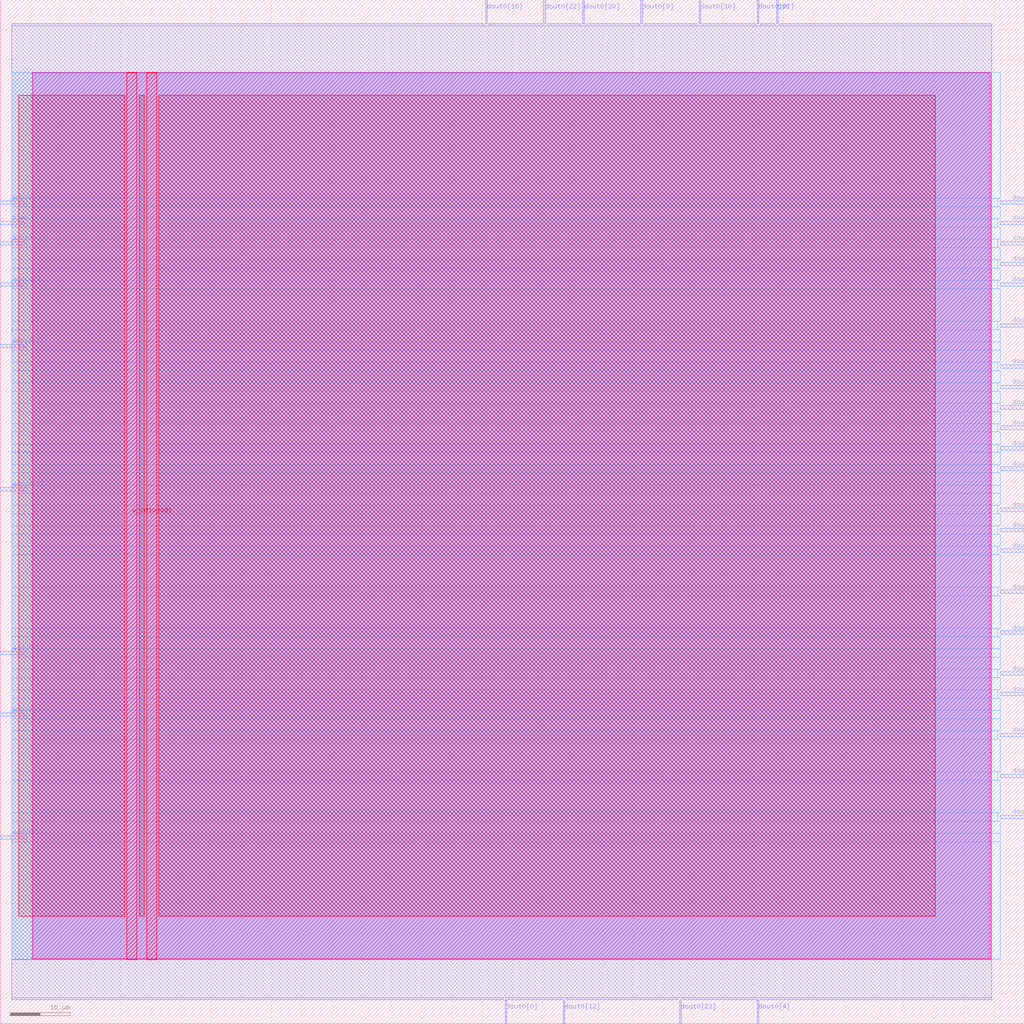
<source format=lef>
VERSION 5.7 ;
  NOWIREEXTENSIONATPIN ON ;
  DIVIDERCHAR "/" ;
  BUSBITCHARS "[]" ;
MACRO cust_rom1
  CLASS BLOCK ;
  FOREIGN cust_rom1 ;
  ORIGIN 0.000 0.000 ;
  SIZE 170.000 BY 170.000 ;
  PIN addr0[0]
    DIRECTION INPUT ;
    USE SIGNAL ;
    ANTENNAGATEAREA 0.196500 ;
    PORT
      LAYER met3 ;
        RECT 0.000 122.440 4.000 123.040 ;
    END
  END addr0[0]
  PIN addr0[1]
    DIRECTION INPUT ;
    USE SIGNAL ;
    ANTENNAGATEAREA 0.196500 ;
    PORT
      LAYER met3 ;
        RECT 0.000 136.040 4.000 136.640 ;
    END
  END addr0[1]
  PIN addr0[2]
    DIRECTION INPUT ;
    USE SIGNAL ;
    ANTENNAGATEAREA 0.196500 ;
    PORT
      LAYER met3 ;
        RECT 0.000 129.240 4.000 129.840 ;
    END
  END addr0[2]
  PIN addr0[3]
    DIRECTION INPUT ;
    USE SIGNAL ;
    ANTENNAGATEAREA 0.196500 ;
    PORT
      LAYER met3 ;
        RECT 0.000 112.240 4.000 112.840 ;
    END
  END addr0[3]
  PIN addr0[4]
    DIRECTION INPUT ;
    USE SIGNAL ;
    ANTENNAGATEAREA 0.196500 ;
    PORT
      LAYER met3 ;
        RECT 0.000 51.040 4.000 51.640 ;
    END
  END addr0[4]
  PIN addr0[5]
    DIRECTION INPUT ;
    USE SIGNAL ;
    ANTENNAGATEAREA 0.196500 ;
    PORT
      LAYER met3 ;
        RECT 0.000 61.240 4.000 61.840 ;
    END
  END addr0[5]
  PIN addr0[6]
    DIRECTION INPUT ;
    USE SIGNAL ;
    ANTENNAGATEAREA 0.196500 ;
    PORT
      LAYER met3 ;
        RECT 0.000 30.640 4.000 31.240 ;
    END
  END addr0[6]
  PIN addr0[7]
    DIRECTION INPUT ;
    USE SIGNAL ;
    ANTENNAGATEAREA 0.196500 ;
    PORT
      LAYER met3 ;
        RECT 0.000 88.440 4.000 89.040 ;
    END
  END addr0[7]
  PIN clk0
    DIRECTION INPUT ;
    USE SIGNAL ;
    ANTENNAGATEAREA 0.852000 ;
    PORT
      LAYER met3 ;
        RECT 0.000 132.640 4.000 133.240 ;
    END
  END clk0
  PIN cs0
    DIRECTION INPUT ;
    USE SIGNAL ;
    ANTENNAGATEAREA 0.196500 ;
    PORT
      LAYER met2 ;
        RECT 128.890 166.000 129.170 170.000 ;
    END
  END cs0
  PIN dout0[0]
    DIRECTION OUTPUT ;
    USE SIGNAL ;
    ANTENNADIFFAREA 0.445500 ;
    PORT
      LAYER met2 ;
        RECT 83.810 0.000 84.090 4.000 ;
    END
  END dout0[0]
  PIN dout0[10]
    DIRECTION OUTPUT ;
    USE SIGNAL ;
    ANTENNADIFFAREA 0.795200 ;
    PORT
      LAYER met2 ;
        RECT 116.010 166.000 116.290 170.000 ;
    END
  END dout0[10]
  PIN dout0[11]
    DIRECTION OUTPUT ;
    USE SIGNAL ;
    ANTENNADIFFAREA 0.445500 ;
    PORT
      LAYER met3 ;
        RECT 166.000 102.040 170.000 102.640 ;
    END
  END dout0[11]
  PIN dout0[12]
    DIRECTION OUTPUT ;
    USE SIGNAL ;
    ANTENNADIFFAREA 0.445500 ;
    PORT
      LAYER met2 ;
        RECT 93.470 0.000 93.750 4.000 ;
    END
  END dout0[12]
  PIN dout0[13]
    DIRECTION OUTPUT ;
    USE SIGNAL ;
    ANTENNADIFFAREA 0.445500 ;
    PORT
      LAYER met3 ;
        RECT 166.000 115.640 170.000 116.240 ;
    END
  END dout0[13]
  PIN dout0[14]
    DIRECTION OUTPUT ;
    USE SIGNAL ;
    ANTENNADIFFAREA 0.445500 ;
    PORT
      LAYER met3 ;
        RECT 166.000 91.840 170.000 92.440 ;
    END
  END dout0[14]
  PIN dout0[15]
    DIRECTION OUTPUT ;
    USE SIGNAL ;
    ANTENNADIFFAREA 0.445500 ;
    PORT
      LAYER met3 ;
        RECT 166.000 81.640 170.000 82.240 ;
    END
  END dout0[15]
  PIN dout0[16]
    DIRECTION OUTPUT ;
    USE SIGNAL ;
    ANTENNADIFFAREA 0.795200 ;
    PORT
      LAYER met2 ;
        RECT 80.590 166.000 80.870 170.000 ;
    END
  END dout0[16]
  PIN dout0[17]
    DIRECTION OUTPUT ;
    USE SIGNAL ;
    ANTENNADIFFAREA 0.445500 ;
    PORT
      LAYER met3 ;
        RECT 166.000 95.240 170.000 95.840 ;
    END
  END dout0[17]
  PIN dout0[18]
    DIRECTION OUTPUT ;
    USE SIGNAL ;
    ANTENNADIFFAREA 0.445500 ;
    PORT
      LAYER met3 ;
        RECT 166.000 57.840 170.000 58.440 ;
    END
  END dout0[18]
  PIN dout0[19]
    DIRECTION OUTPUT ;
    USE SIGNAL ;
    ANTENNADIFFAREA 0.445500 ;
    PORT
      LAYER met3 ;
        RECT 166.000 47.640 170.000 48.240 ;
    END
  END dout0[19]
  PIN dout0[1]
    DIRECTION OUTPUT ;
    USE SIGNAL ;
    ANTENNADIFFAREA 0.445500 ;
    PORT
      LAYER met3 ;
        RECT 166.000 98.640 170.000 99.240 ;
    END
  END dout0[1]
  PIN dout0[20]
    DIRECTION OUTPUT ;
    USE SIGNAL ;
    ANTENNADIFFAREA 0.795200 ;
    PORT
      LAYER met2 ;
        RECT 96.690 166.000 96.970 170.000 ;
    END
  END dout0[20]
  PIN dout0[21]
    DIRECTION OUTPUT ;
    USE SIGNAL ;
    ANTENNADIFFAREA 0.795200 ;
    PORT
      LAYER met2 ;
        RECT 125.670 166.000 125.950 170.000 ;
    END
  END dout0[21]
  PIN dout0[22]
    DIRECTION OUTPUT ;
    USE SIGNAL ;
    ANTENNADIFFAREA 0.795200 ;
    PORT
      LAYER met2 ;
        RECT 90.250 166.000 90.530 170.000 ;
    END
  END dout0[22]
  PIN dout0[23]
    DIRECTION OUTPUT ;
    USE SIGNAL ;
    ANTENNADIFFAREA 0.445500 ;
    PORT
      LAYER met2 ;
        RECT 112.790 0.000 113.070 4.000 ;
    END
  END dout0[23]
  PIN dout0[24]
    DIRECTION OUTPUT ;
    USE SIGNAL ;
    ANTENNADIFFAREA 0.445500 ;
    PORT
      LAYER met3 ;
        RECT 166.000 85.040 170.000 85.640 ;
    END
  END dout0[24]
  PIN dout0[25]
    DIRECTION OUTPUT ;
    USE SIGNAL ;
    ANTENNADIFFAREA 0.445500 ;
    PORT
      LAYER met3 ;
        RECT 166.000 64.640 170.000 65.240 ;
    END
  END dout0[25]
  PIN dout0[26]
    DIRECTION OUTPUT ;
    USE SIGNAL ;
    ANTENNADIFFAREA 0.445500 ;
    PORT
      LAYER met3 ;
        RECT 166.000 105.440 170.000 106.040 ;
    END
  END dout0[26]
  PIN dout0[27]
    DIRECTION OUTPUT ;
    USE SIGNAL ;
    ANTENNADIFFAREA 0.445500 ;
    PORT
      LAYER met3 ;
        RECT 166.000 108.840 170.000 109.440 ;
    END
  END dout0[27]
  PIN dout0[28]
    DIRECTION OUTPUT ;
    USE SIGNAL ;
    ANTENNADIFFAREA 0.445500 ;
    PORT
      LAYER met3 ;
        RECT 166.000 125.840 170.000 126.440 ;
    END
  END dout0[28]
  PIN dout0[29]
    DIRECTION OUTPUT ;
    USE SIGNAL ;
    ANTENNADIFFAREA 0.445500 ;
    PORT
      LAYER met3 ;
        RECT 166.000 129.240 170.000 129.840 ;
    END
  END dout0[29]
  PIN dout0[2]
    DIRECTION OUTPUT ;
    USE SIGNAL ;
    ANTENNADIFFAREA 0.445500 ;
    PORT
      LAYER met3 ;
        RECT 166.000 54.440 170.000 55.040 ;
    END
  END dout0[2]
  PIN dout0[30]
    DIRECTION OUTPUT ;
    USE SIGNAL ;
    ANTENNADIFFAREA 0.445500 ;
    PORT
      LAYER met3 ;
        RECT 166.000 136.040 170.000 136.640 ;
    END
  END dout0[30]
  PIN dout0[31]
    DIRECTION OUTPUT ;
    USE SIGNAL ;
    ANTENNADIFFAREA 0.445500 ;
    PORT
      LAYER met3 ;
        RECT 166.000 132.640 170.000 133.240 ;
    END
  END dout0[31]
  PIN dout0[3]
    DIRECTION OUTPUT ;
    USE SIGNAL ;
    ANTENNADIFFAREA 0.445500 ;
    PORT
      LAYER met3 ;
        RECT 166.000 40.840 170.000 41.440 ;
    END
  END dout0[3]
  PIN dout0[4]
    DIRECTION OUTPUT ;
    USE SIGNAL ;
    ANTENNADIFFAREA 0.445500 ;
    PORT
      LAYER met2 ;
        RECT 125.670 0.000 125.950 4.000 ;
    END
  END dout0[4]
  PIN dout0[5]
    DIRECTION OUTPUT ;
    USE SIGNAL ;
    ANTENNADIFFAREA 0.445500 ;
    PORT
      LAYER met3 ;
        RECT 166.000 78.240 170.000 78.840 ;
    END
  END dout0[5]
  PIN dout0[6]
    DIRECTION OUTPUT ;
    USE SIGNAL ;
    ANTENNADIFFAREA 0.445500 ;
    PORT
      LAYER met3 ;
        RECT 166.000 34.040 170.000 34.640 ;
    END
  END dout0[6]
  PIN dout0[7]
    DIRECTION OUTPUT ;
    USE SIGNAL ;
    ANTENNADIFFAREA 0.445500 ;
    PORT
      LAYER met3 ;
        RECT 166.000 122.440 170.000 123.040 ;
    END
  END dout0[7]
  PIN dout0[8]
    DIRECTION OUTPUT ;
    USE SIGNAL ;
    ANTENNADIFFAREA 0.445500 ;
    PORT
      LAYER met3 ;
        RECT 166.000 71.440 170.000 72.040 ;
    END
  END dout0[8]
  PIN dout0[9]
    DIRECTION OUTPUT ;
    USE SIGNAL ;
    ANTENNADIFFAREA 0.795200 ;
    PORT
      LAYER met2 ;
        RECT 106.350 166.000 106.630 170.000 ;
    END
  END dout0[9]
  PIN vccd1
    DIRECTION INOUT ;
    USE POWER ;
    PORT
      LAYER met4 ;
        RECT 21.040 10.640 22.640 158.000 ;
    END
  END vccd1
  PIN vssd1
    DIRECTION INOUT ;
    USE GROUND ;
    PORT
      LAYER met4 ;
        RECT 24.340 10.640 25.940 158.000 ;
    END
  END vssd1
  OBS
      LAYER nwell ;
        RECT 5.330 10.795 164.410 157.845 ;
      LAYER li1 ;
        RECT 5.520 10.795 164.220 157.845 ;
      LAYER met1 ;
        RECT 1.910 10.640 164.610 158.000 ;
      LAYER met2 ;
        RECT 1.930 165.720 80.310 166.000 ;
        RECT 81.150 165.720 89.970 166.000 ;
        RECT 90.810 165.720 96.410 166.000 ;
        RECT 97.250 165.720 106.070 166.000 ;
        RECT 106.910 165.720 115.730 166.000 ;
        RECT 116.570 165.720 125.390 166.000 ;
        RECT 126.230 165.720 128.610 166.000 ;
        RECT 129.450 165.720 164.590 166.000 ;
        RECT 1.930 4.280 164.590 165.720 ;
        RECT 1.930 4.000 83.530 4.280 ;
        RECT 84.370 4.000 93.190 4.280 ;
        RECT 94.030 4.000 112.510 4.280 ;
        RECT 113.350 4.000 125.390 4.280 ;
        RECT 126.230 4.000 164.590 4.280 ;
      LAYER met3 ;
        RECT 1.905 137.040 166.000 157.925 ;
        RECT 4.400 135.640 165.600 137.040 ;
        RECT 1.905 133.640 166.000 135.640 ;
        RECT 4.400 132.240 165.600 133.640 ;
        RECT 1.905 130.240 166.000 132.240 ;
        RECT 4.400 128.840 165.600 130.240 ;
        RECT 1.905 126.840 166.000 128.840 ;
        RECT 1.905 125.440 165.600 126.840 ;
        RECT 1.905 123.440 166.000 125.440 ;
        RECT 4.400 122.040 165.600 123.440 ;
        RECT 1.905 116.640 166.000 122.040 ;
        RECT 1.905 115.240 165.600 116.640 ;
        RECT 1.905 113.240 166.000 115.240 ;
        RECT 4.400 111.840 166.000 113.240 ;
        RECT 1.905 109.840 166.000 111.840 ;
        RECT 1.905 108.440 165.600 109.840 ;
        RECT 1.905 106.440 166.000 108.440 ;
        RECT 1.905 105.040 165.600 106.440 ;
        RECT 1.905 103.040 166.000 105.040 ;
        RECT 1.905 101.640 165.600 103.040 ;
        RECT 1.905 99.640 166.000 101.640 ;
        RECT 1.905 98.240 165.600 99.640 ;
        RECT 1.905 96.240 166.000 98.240 ;
        RECT 1.905 94.840 165.600 96.240 ;
        RECT 1.905 92.840 166.000 94.840 ;
        RECT 1.905 91.440 165.600 92.840 ;
        RECT 1.905 89.440 166.000 91.440 ;
        RECT 4.400 88.040 166.000 89.440 ;
        RECT 1.905 86.040 166.000 88.040 ;
        RECT 1.905 84.640 165.600 86.040 ;
        RECT 1.905 82.640 166.000 84.640 ;
        RECT 1.905 81.240 165.600 82.640 ;
        RECT 1.905 79.240 166.000 81.240 ;
        RECT 1.905 77.840 165.600 79.240 ;
        RECT 1.905 72.440 166.000 77.840 ;
        RECT 1.905 71.040 165.600 72.440 ;
        RECT 1.905 65.640 166.000 71.040 ;
        RECT 1.905 64.240 165.600 65.640 ;
        RECT 1.905 62.240 166.000 64.240 ;
        RECT 4.400 60.840 166.000 62.240 ;
        RECT 1.905 58.840 166.000 60.840 ;
        RECT 1.905 57.440 165.600 58.840 ;
        RECT 1.905 55.440 166.000 57.440 ;
        RECT 1.905 54.040 165.600 55.440 ;
        RECT 1.905 52.040 166.000 54.040 ;
        RECT 4.400 50.640 166.000 52.040 ;
        RECT 1.905 48.640 166.000 50.640 ;
        RECT 1.905 47.240 165.600 48.640 ;
        RECT 1.905 41.840 166.000 47.240 ;
        RECT 1.905 40.440 165.600 41.840 ;
        RECT 1.905 35.040 166.000 40.440 ;
        RECT 1.905 33.640 165.600 35.040 ;
        RECT 1.905 31.640 166.000 33.640 ;
        RECT 4.400 30.240 166.000 31.640 ;
        RECT 1.905 10.715 166.000 30.240 ;
      LAYER met4 ;
        RECT 3.055 17.855 20.640 154.185 ;
        RECT 23.040 17.855 23.940 154.185 ;
        RECT 26.340 17.855 155.185 154.185 ;
  END
END cust_rom1
END LIBRARY


</source>
